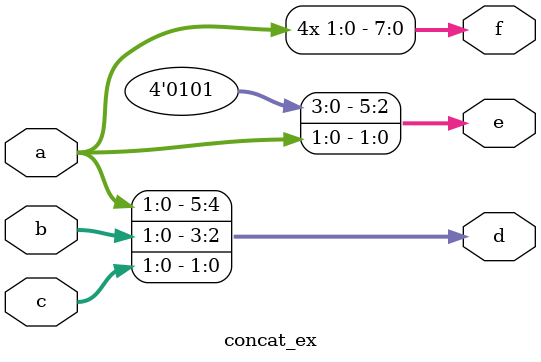
<source format=v>
`timescale 1ns / 1ps

module concat_ex (
    input   [1:0] a,
    input   [1:0] b,
    input   [1:0] c,
    output  [5:0] d,
    output  [5:0] e,
    output  [7:0] f
);
    // a, b, c를 결합하여 d에 할당
    assign d = {a, b, c};       // a,b,c를 결합
    assign e = {4'b0101,a};   // 0101와 a를 결합
    assign f = { 4{a} };        // aaaa로 결합
endmodule


</source>
